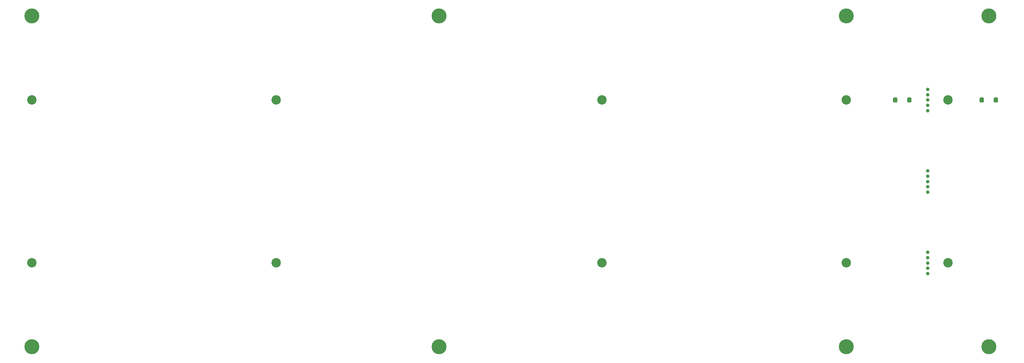
<source format=gbr>
G04 #@! TF.GenerationSoftware,KiCad,Pcbnew,(5.1.10-1-10_14)*
G04 #@! TF.CreationDate,2021-08-20T16:54:01-05:00*
G04 #@! TF.ProjectId,ori_top_plate,6f72695f-746f-4705-9f70-6c6174652e6b,rev?*
G04 #@! TF.SameCoordinates,Original*
G04 #@! TF.FileFunction,Soldermask,Bot*
G04 #@! TF.FilePolarity,Negative*
%FSLAX46Y46*%
G04 Gerber Fmt 4.6, Leading zero omitted, Abs format (unit mm)*
G04 Created by KiCad (PCBNEW (5.1.10-1-10_14)) date 2021-08-20 16:54:01*
%MOMM*%
%LPD*%
G01*
G04 APERTURE LIST*
%ADD10C,2.200000*%
%ADD11C,0.800000*%
%ADD12C,3.500000*%
G04 APERTURE END LIST*
D10*
X379835826Y-97618904D03*
X379835826Y-59518936D03*
X356023346Y-97618904D03*
X222673458Y-97618904D03*
X356023346Y-59518936D03*
X222673458Y-59518936D03*
X298873394Y-97618904D03*
X165523506Y-97618904D03*
X298873394Y-59518936D03*
X165523506Y-59518936D03*
D11*
X375048450Y-97631692D03*
X375048450Y-96381692D03*
X375048450Y-95131692D03*
X375048450Y-98881692D03*
X375048450Y-100131692D03*
G36*
G01*
X370270360Y-59868904D02*
X370270360Y-59168904D01*
G75*
G02*
X370520360Y-58918904I250000J0D01*
G01*
X371020360Y-58918904D01*
G75*
G02*
X371270360Y-59168904I0J-250000D01*
G01*
X371270360Y-59868904D01*
G75*
G02*
X371020360Y-60118904I-250000J0D01*
G01*
X370520360Y-60118904D01*
G75*
G02*
X370270360Y-59868904I0J250000D01*
G01*
G37*
G36*
G01*
X366970360Y-59868904D02*
X366970360Y-59168904D01*
G75*
G02*
X367220360Y-58918904I250000J0D01*
G01*
X367720360Y-58918904D01*
G75*
G02*
X367970360Y-59168904I0J-250000D01*
G01*
X367970360Y-59868904D01*
G75*
G02*
X367720360Y-60118904I-250000J0D01*
G01*
X367220360Y-60118904D01*
G75*
G02*
X366970360Y-59868904I0J250000D01*
G01*
G37*
X375048450Y-78581580D03*
X375048450Y-77331580D03*
X375048450Y-76081580D03*
X375048450Y-79831580D03*
X375048450Y-81081580D03*
X375048450Y-59518808D03*
X375048450Y-58268808D03*
X375048450Y-57018808D03*
X375048450Y-60768808D03*
X375048450Y-62018808D03*
G36*
G01*
X388211370Y-59168840D02*
X388211370Y-59868840D01*
G75*
G02*
X387961370Y-60118840I-250000J0D01*
G01*
X387461370Y-60118840D01*
G75*
G02*
X387211370Y-59868840I0J250000D01*
G01*
X387211370Y-59168840D01*
G75*
G02*
X387461370Y-58918840I250000J0D01*
G01*
X387961370Y-58918840D01*
G75*
G02*
X388211370Y-59168840I0J-250000D01*
G01*
G37*
G36*
G01*
X391511370Y-59168840D02*
X391511370Y-59868840D01*
G75*
G02*
X391261370Y-60118840I-250000J0D01*
G01*
X390761370Y-60118840D01*
G75*
G02*
X390511370Y-59868840I0J250000D01*
G01*
X390511370Y-59168840D01*
G75*
G02*
X390761370Y-58918840I250000J0D01*
G01*
X391261370Y-58918840D01*
G75*
G02*
X391511370Y-59168840I0J-250000D01*
G01*
G37*
D12*
X165523314Y-39873575D03*
X165523314Y-117264265D03*
X260773394Y-39873575D03*
X260773394Y-117264265D03*
X356023474Y-39873575D03*
X356023474Y-117264265D03*
X389361002Y-39873575D03*
X389361002Y-117264265D03*
M02*

</source>
